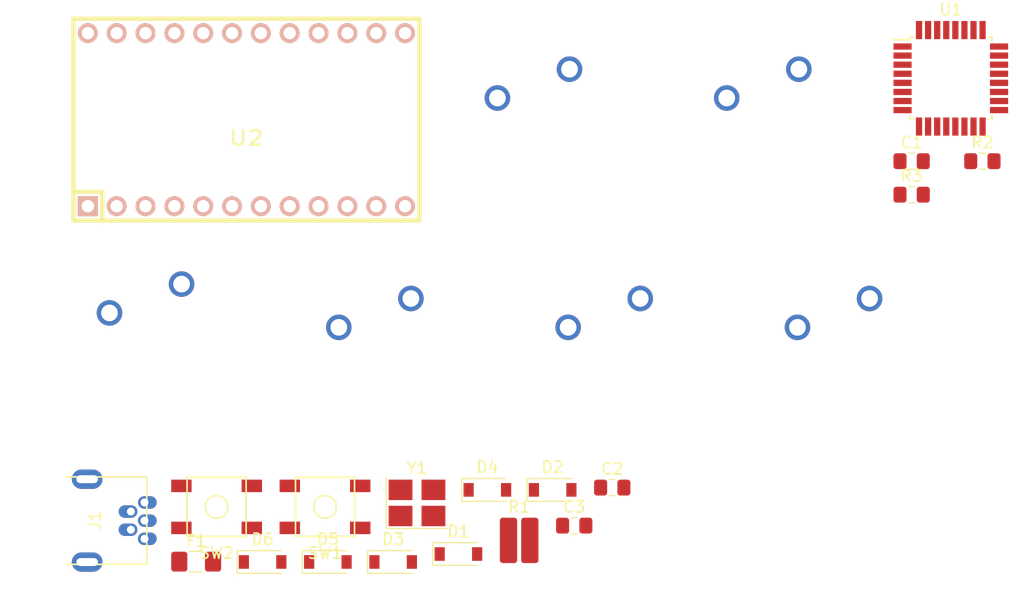
<source format=kicad_pcb>
(kicad_pcb (version 20171130) (host pcbnew "(5.1.2)-2")

  (general
    (thickness 1.6)
    (drawings 0)
    (tracks 0)
    (zones 0)
    (modules 25)
    (nets 61)
  )

  (page A4)
  (layers
    (0 F.Cu signal)
    (31 B.Cu signal)
    (32 B.Adhes user)
    (33 F.Adhes user)
    (34 B.Paste user)
    (35 F.Paste user)
    (36 B.SilkS user)
    (37 F.SilkS user)
    (38 B.Mask user)
    (39 F.Mask user)
    (40 Dwgs.User user)
    (41 Cmts.User user)
    (42 Eco1.User user)
    (43 Eco2.User user)
    (44 Edge.Cuts user)
    (45 Margin user)
    (46 B.CrtYd user)
    (47 F.CrtYd user)
    (48 B.Fab user)
    (49 F.Fab user)
  )

  (setup
    (last_trace_width 0.25)
    (trace_clearance 0.2)
    (zone_clearance 0.508)
    (zone_45_only no)
    (trace_min 0.2)
    (via_size 0.8)
    (via_drill 0.4)
    (via_min_size 0.4)
    (via_min_drill 0.3)
    (uvia_size 0.3)
    (uvia_drill 0.1)
    (uvias_allowed no)
    (uvia_min_size 0.2)
    (uvia_min_drill 0.1)
    (edge_width 0.05)
    (segment_width 0.2)
    (pcb_text_width 0.3)
    (pcb_text_size 1.5 1.5)
    (mod_edge_width 0.12)
    (mod_text_size 1 1)
    (mod_text_width 0.15)
    (pad_size 1.524 1.524)
    (pad_drill 0.762)
    (pad_to_mask_clearance 0.051)
    (solder_mask_min_width 0.25)
    (aux_axis_origin 0 0)
    (visible_elements FFFFFF7F)
    (pcbplotparams
      (layerselection 0x010fc_ffffffff)
      (usegerberextensions false)
      (usegerberattributes false)
      (usegerberadvancedattributes false)
      (creategerberjobfile false)
      (excludeedgelayer true)
      (linewidth 0.100000)
      (plotframeref false)
      (viasonmask false)
      (mode 1)
      (useauxorigin false)
      (hpglpennumber 1)
      (hpglpenspeed 20)
      (hpglpendiameter 15.000000)
      (psnegative false)
      (psa4output false)
      (plotreference true)
      (plotvalue true)
      (plotinvisibletext false)
      (padsonsilk false)
      (subtractmaskfromsilk false)
      (outputformat 1)
      (mirror false)
      (drillshape 1)
      (scaleselection 1)
      (outputdirectory ""))
  )

  (net 0 "")
  (net 1 "Net-(C1-Pad2)")
  (net 2 GND)
  (net 3 "Net-(C2-Pad2)")
  (net 4 "Net-(C3-Pad1)")
  (net 5 "Net-(D1-Pad2)")
  (net 6 ROW0)
  (net 7 "Net-(D2-Pad2)")
  (net 8 ROW1)
  (net 9 "Net-(D3-Pad2)")
  (net 10 "Net-(D4-Pad2)")
  (net 11 "Net-(D5-Pad2)")
  (net 12 "Net-(D6-Pad2)")
  (net 13 VCC)
  (net 14 +5V)
  (net 15 "Net-(J1-Pad4)")
  (net 16 D+)
  (net 17 D-)
  (net 18 "Net-(J1-Pad6)")
  (net 19 COL0)
  (net 20 COL1)
  (net 21 COL2)
  (net 22 "Net-(R1-Pad1)")
  (net 23 "Net-(R2-Pad2)")
  (net 24 "Net-(R3-Pad1)")
  (net 25 "Net-(SW2-Pad1)")
  (net 26 "Net-(U1-Pad26)")
  (net 27 "Net-(U1-Pad25)")
  (net 28 "Net-(U1-Pad23)")
  (net 29 "Net-(U1-Pad22)")
  (net 30 "Net-(U1-Pad21)")
  (net 31 "Net-(U1-Pad20)")
  (net 32 "Net-(U1-Pad19)")
  (net 33 "Net-(U1-Pad18)")
  (net 34 "Net-(U1-Pad17)")
  (net 35 "Net-(U1-Pad16)")
  (net 36 "Net-(U1-Pad15)")
  (net 37 "Net-(U1-Pad14)")
  (net 38 "Net-(U1-Pad13)")
  (net 39 "Net-(U1-Pad12)")
  (net 40 "Net-(U1-Pad11)")
  (net 41 "Net-(U1-Pad10)")
  (net 42 "Net-(U1-Pad9)")
  (net 43 "Net-(U1-Pad8)")
  (net 44 "Net-(U1-Pad7)")
  (net 45 "Net-(U1-Pad6)")
  (net 46 "Net-(U1-Pad5)")
  (net 47 "Net-(U2-Pad24)")
  (net 48 "Net-(U2-Pad20)")
  (net 49 "Net-(U2-Pad19)")
  (net 50 "Net-(U2-Pad18)")
  (net 51 "Net-(U2-Pad17)")
  (net 52 "Net-(U2-Pad16)")
  (net 53 "Net-(U2-Pad15)")
  (net 54 "Net-(U2-Pad14)")
  (net 55 "Net-(U2-Pad13)")
  (net 56 "Net-(U2-Pad7)")
  (net 57 "Net-(U2-Pad6)")
  (net 58 "Net-(U2-Pad5)")
  (net 59 "Net-(U2-Pad2)")
  (net 60 "Net-(U2-Pad1)")

  (net_class Default "This is the default net class."
    (clearance 0.2)
    (trace_width 0.25)
    (via_dia 0.8)
    (via_drill 0.4)
    (uvia_dia 0.3)
    (uvia_drill 0.1)
    (add_net +5V)
    (add_net COL0)
    (add_net COL1)
    (add_net COL2)
    (add_net D+)
    (add_net D-)
    (add_net GND)
    (add_net "Net-(C1-Pad2)")
    (add_net "Net-(C2-Pad2)")
    (add_net "Net-(C3-Pad1)")
    (add_net "Net-(D1-Pad2)")
    (add_net "Net-(D2-Pad2)")
    (add_net "Net-(D3-Pad2)")
    (add_net "Net-(D4-Pad2)")
    (add_net "Net-(D5-Pad2)")
    (add_net "Net-(D6-Pad2)")
    (add_net "Net-(J1-Pad4)")
    (add_net "Net-(J1-Pad6)")
    (add_net "Net-(R1-Pad1)")
    (add_net "Net-(R2-Pad2)")
    (add_net "Net-(R3-Pad1)")
    (add_net "Net-(SW2-Pad1)")
    (add_net "Net-(U1-Pad10)")
    (add_net "Net-(U1-Pad11)")
    (add_net "Net-(U1-Pad12)")
    (add_net "Net-(U1-Pad13)")
    (add_net "Net-(U1-Pad14)")
    (add_net "Net-(U1-Pad15)")
    (add_net "Net-(U1-Pad16)")
    (add_net "Net-(U1-Pad17)")
    (add_net "Net-(U1-Pad18)")
    (add_net "Net-(U1-Pad19)")
    (add_net "Net-(U1-Pad20)")
    (add_net "Net-(U1-Pad21)")
    (add_net "Net-(U1-Pad22)")
    (add_net "Net-(U1-Pad23)")
    (add_net "Net-(U1-Pad25)")
    (add_net "Net-(U1-Pad26)")
    (add_net "Net-(U1-Pad5)")
    (add_net "Net-(U1-Pad6)")
    (add_net "Net-(U1-Pad7)")
    (add_net "Net-(U1-Pad8)")
    (add_net "Net-(U1-Pad9)")
    (add_net "Net-(U2-Pad1)")
    (add_net "Net-(U2-Pad13)")
    (add_net "Net-(U2-Pad14)")
    (add_net "Net-(U2-Pad15)")
    (add_net "Net-(U2-Pad16)")
    (add_net "Net-(U2-Pad17)")
    (add_net "Net-(U2-Pad18)")
    (add_net "Net-(U2-Pad19)")
    (add_net "Net-(U2-Pad2)")
    (add_net "Net-(U2-Pad20)")
    (add_net "Net-(U2-Pad24)")
    (add_net "Net-(U2-Pad5)")
    (add_net "Net-(U2-Pad6)")
    (add_net "Net-(U2-Pad7)")
    (add_net ROW0)
    (add_net ROW1)
    (add_net VCC)
  )

  (module footprint:ARDUINO_PRO_MICRO (layer F.Cu) (tedit 561304BE) (tstamp 5D59324F)
    (at 41.359 28.344)
    (path /5D5B19B3)
    (fp_text reference U2 (at 0 1.625) (layer F.SilkS)
      (effects (font (size 1.27 1.524) (thickness 0.2032)))
    )
    (fp_text value ProMicro (at 0 0) (layer F.SilkS) hide
      (effects (font (size 1.27 1.524) (thickness 0.2032)))
    )
    (fp_line (start -12.7 6.35) (end -12.7 8.89) (layer F.SilkS) (width 0.381))
    (fp_line (start -15.24 6.35) (end -12.7 6.35) (layer F.SilkS) (width 0.381))
    (fp_line (start 15.24 -8.89) (end -15.24 -8.89) (layer F.SilkS) (width 0.381))
    (fp_line (start 15.24 8.89) (end 15.24 -8.89) (layer F.SilkS) (width 0.381))
    (fp_line (start -15.24 8.89) (end 15.24 8.89) (layer F.SilkS) (width 0.381))
    (fp_line (start -15.24 -8.89) (end -15.24 8.89) (layer F.SilkS) (width 0.381))
    (pad 24 thru_hole circle (at -13.97 -7.62) (size 1.7526 1.7526) (drill 1.0922) (layers *.Cu *.SilkS *.Mask)
      (net 47 "Net-(U2-Pad24)"))
    (pad 12 thru_hole circle (at 13.97 7.62) (size 1.7526 1.7526) (drill 1.0922) (layers *.Cu *.SilkS *.Mask)
      (net 8 ROW1))
    (pad 23 thru_hole circle (at -11.43 -7.62) (size 1.7526 1.7526) (drill 1.0922) (layers *.Cu *.SilkS *.Mask)
      (net 2 GND))
    (pad 22 thru_hole circle (at -8.89 -7.62) (size 1.7526 1.7526) (drill 1.0922) (layers *.Cu *.SilkS *.Mask)
      (net 25 "Net-(SW2-Pad1)"))
    (pad 21 thru_hole circle (at -6.35 -7.62) (size 1.7526 1.7526) (drill 1.0922) (layers *.Cu *.SilkS *.Mask)
      (net 13 VCC))
    (pad 20 thru_hole circle (at -3.81 -7.62) (size 1.7526 1.7526) (drill 1.0922) (layers *.Cu *.SilkS *.Mask)
      (net 48 "Net-(U2-Pad20)"))
    (pad 19 thru_hole circle (at -1.27 -7.62) (size 1.7526 1.7526) (drill 1.0922) (layers *.Cu *.SilkS *.Mask)
      (net 49 "Net-(U2-Pad19)"))
    (pad 18 thru_hole circle (at 1.27 -7.62) (size 1.7526 1.7526) (drill 1.0922) (layers *.Cu *.SilkS *.Mask)
      (net 50 "Net-(U2-Pad18)"))
    (pad 17 thru_hole circle (at 3.81 -7.62) (size 1.7526 1.7526) (drill 1.0922) (layers *.Cu *.SilkS *.Mask)
      (net 51 "Net-(U2-Pad17)"))
    (pad 16 thru_hole circle (at 6.35 -7.62) (size 1.7526 1.7526) (drill 1.0922) (layers *.Cu *.SilkS *.Mask)
      (net 52 "Net-(U2-Pad16)"))
    (pad 15 thru_hole circle (at 8.89 -7.62) (size 1.7526 1.7526) (drill 1.0922) (layers *.Cu *.SilkS *.Mask)
      (net 53 "Net-(U2-Pad15)"))
    (pad 14 thru_hole circle (at 11.43 -7.62) (size 1.7526 1.7526) (drill 1.0922) (layers *.Cu *.SilkS *.Mask)
      (net 54 "Net-(U2-Pad14)"))
    (pad 13 thru_hole circle (at 13.97 -7.62) (size 1.7526 1.7526) (drill 1.0922) (layers *.Cu *.SilkS *.Mask)
      (net 55 "Net-(U2-Pad13)"))
    (pad 11 thru_hole circle (at 11.43 7.62) (size 1.7526 1.7526) (drill 1.0922) (layers *.Cu *.SilkS *.Mask)
      (net 6 ROW0))
    (pad 10 thru_hole circle (at 8.89 7.62) (size 1.7526 1.7526) (drill 1.0922) (layers *.Cu *.SilkS *.Mask)
      (net 21 COL2))
    (pad 9 thru_hole circle (at 6.35 7.62) (size 1.7526 1.7526) (drill 1.0922) (layers *.Cu *.SilkS *.Mask)
      (net 20 COL1))
    (pad 8 thru_hole circle (at 3.81 7.62) (size 1.7526 1.7526) (drill 1.0922) (layers *.Cu *.SilkS *.Mask)
      (net 19 COL0))
    (pad 7 thru_hole circle (at 1.27 7.62) (size 1.7526 1.7526) (drill 1.0922) (layers *.Cu *.SilkS *.Mask)
      (net 56 "Net-(U2-Pad7)"))
    (pad 6 thru_hole circle (at -1.27 7.62) (size 1.7526 1.7526) (drill 1.0922) (layers *.Cu *.SilkS *.Mask)
      (net 57 "Net-(U2-Pad6)"))
    (pad 5 thru_hole circle (at -3.81 7.62) (size 1.7526 1.7526) (drill 1.0922) (layers *.Cu *.SilkS *.Mask)
      (net 58 "Net-(U2-Pad5)"))
    (pad 4 thru_hole circle (at -6.35 7.62) (size 1.7526 1.7526) (drill 1.0922) (layers *.Cu *.SilkS *.Mask)
      (net 2 GND))
    (pad 3 thru_hole circle (at -8.89 7.62) (size 1.7526 1.7526) (drill 1.0922) (layers *.Cu *.SilkS *.Mask)
      (net 2 GND))
    (pad 2 thru_hole circle (at -11.43 7.62) (size 1.7526 1.7526) (drill 1.0922) (layers *.Cu *.SilkS *.Mask)
      (net 59 "Net-(U2-Pad2)"))
    (pad 1 thru_hole rect (at -13.97 7.62) (size 1.7526 1.7526) (drill 1.0922) (layers *.Cu *.SilkS *.Mask)
      (net 60 "Net-(U2-Pad1)"))
  )

  (module Crystal:Crystal_SMD_3225-4Pin_3.2x2.5mm_HandSoldering (layer F.Cu) (tedit 5A0FD1B2) (tstamp 5D593263)
    (at 56.379 62.104)
    (descr "SMD Crystal SERIES SMD3225/4 http://www.txccrystal.com/images/pdf/7m-accuracy.pdf, hand-soldering, 3.2x2.5mm^2 package")
    (tags "SMD SMT crystal hand-soldering")
    (path /5D584C69)
    (attr smd)
    (fp_text reference Y1 (at 0 -3.05) (layer F.SilkS)
      (effects (font (size 1 1) (thickness 0.15)))
    )
    (fp_text value 16MHz (at 0 3.05) (layer F.Fab)
      (effects (font (size 1 1) (thickness 0.15)))
    )
    (fp_line (start 2.8 -2.3) (end -2.8 -2.3) (layer F.CrtYd) (width 0.05))
    (fp_line (start 2.8 2.3) (end 2.8 -2.3) (layer F.CrtYd) (width 0.05))
    (fp_line (start -2.8 2.3) (end 2.8 2.3) (layer F.CrtYd) (width 0.05))
    (fp_line (start -2.8 -2.3) (end -2.8 2.3) (layer F.CrtYd) (width 0.05))
    (fp_line (start -2.7 2.25) (end 2.7 2.25) (layer F.SilkS) (width 0.12))
    (fp_line (start -2.7 -2.25) (end -2.7 2.25) (layer F.SilkS) (width 0.12))
    (fp_line (start -1.6 0.25) (end -0.6 1.25) (layer F.Fab) (width 0.1))
    (fp_line (start 1.6 -1.25) (end -1.6 -1.25) (layer F.Fab) (width 0.1))
    (fp_line (start 1.6 1.25) (end 1.6 -1.25) (layer F.Fab) (width 0.1))
    (fp_line (start -1.6 1.25) (end 1.6 1.25) (layer F.Fab) (width 0.1))
    (fp_line (start -1.6 -1.25) (end -1.6 1.25) (layer F.Fab) (width 0.1))
    (fp_text user %R (at 0 0) (layer F.Fab)
      (effects (font (size 0.7 0.7) (thickness 0.105)))
    )
    (pad 4 smd rect (at -1.45 -1.15) (size 2.1 1.8) (layers F.Cu F.Paste F.Mask)
      (net 2 GND))
    (pad 3 smd rect (at 1.45 -1.15) (size 2.1 1.8) (layers F.Cu F.Paste F.Mask)
      (net 3 "Net-(C2-Pad2)"))
    (pad 2 smd rect (at 1.45 1.15) (size 2.1 1.8) (layers F.Cu F.Paste F.Mask)
      (net 2 GND))
    (pad 1 smd rect (at -1.45 1.15) (size 2.1 1.8) (layers F.Cu F.Paste F.Mask)
      (net 1 "Net-(C1-Pad2)"))
    (model ${KISYS3DMOD}/Crystal.3dshapes/Crystal_SMD_3225-4Pin_3.2x2.5mm_HandSoldering.wrl
      (at (xyz 0 0 0))
      (scale (xyz 1 1 1))
      (rotate (xyz 0 0 0))
    )
  )

  (module Package_QFP:TQFP-32_7x7mm_P0.8mm (layer F.Cu) (tedit 5A02F146) (tstamp 5D593223)
    (at 103.399 24.704)
    (descr "32-Lead Plastic Thin Quad Flatpack (PT) - 7x7x1.0 mm Body, 2.00 mm [TQFP] (see Microchip Packaging Specification 00000049BS.pdf)")
    (tags "QFP 0.8")
    (path /5D578EEB)
    (attr smd)
    (fp_text reference U1 (at 0 -6.05) (layer F.SilkS)
      (effects (font (size 1 1) (thickness 0.15)))
    )
    (fp_text value ATmega32U2-AU (at 0 6.05) (layer F.Fab)
      (effects (font (size 1 1) (thickness 0.15)))
    )
    (fp_line (start -3.625 -3.4) (end -5.05 -3.4) (layer F.SilkS) (width 0.15))
    (fp_line (start 3.625 -3.625) (end 3.3 -3.625) (layer F.SilkS) (width 0.15))
    (fp_line (start 3.625 3.625) (end 3.3 3.625) (layer F.SilkS) (width 0.15))
    (fp_line (start -3.625 3.625) (end -3.3 3.625) (layer F.SilkS) (width 0.15))
    (fp_line (start -3.625 -3.625) (end -3.3 -3.625) (layer F.SilkS) (width 0.15))
    (fp_line (start -3.625 3.625) (end -3.625 3.3) (layer F.SilkS) (width 0.15))
    (fp_line (start 3.625 3.625) (end 3.625 3.3) (layer F.SilkS) (width 0.15))
    (fp_line (start 3.625 -3.625) (end 3.625 -3.3) (layer F.SilkS) (width 0.15))
    (fp_line (start -3.625 -3.625) (end -3.625 -3.4) (layer F.SilkS) (width 0.15))
    (fp_line (start -5.3 5.3) (end 5.3 5.3) (layer F.CrtYd) (width 0.05))
    (fp_line (start -5.3 -5.3) (end 5.3 -5.3) (layer F.CrtYd) (width 0.05))
    (fp_line (start 5.3 -5.3) (end 5.3 5.3) (layer F.CrtYd) (width 0.05))
    (fp_line (start -5.3 -5.3) (end -5.3 5.3) (layer F.CrtYd) (width 0.05))
    (fp_line (start -3.5 -2.5) (end -2.5 -3.5) (layer F.Fab) (width 0.15))
    (fp_line (start -3.5 3.5) (end -3.5 -2.5) (layer F.Fab) (width 0.15))
    (fp_line (start 3.5 3.5) (end -3.5 3.5) (layer F.Fab) (width 0.15))
    (fp_line (start 3.5 -3.5) (end 3.5 3.5) (layer F.Fab) (width 0.15))
    (fp_line (start -2.5 -3.5) (end 3.5 -3.5) (layer F.Fab) (width 0.15))
    (fp_text user %R (at 0 0) (layer F.Fab)
      (effects (font (size 1 1) (thickness 0.15)))
    )
    (pad 32 smd rect (at -2.8 -4.25 90) (size 1.6 0.55) (layers F.Cu F.Paste F.Mask)
      (net 14 +5V))
    (pad 31 smd rect (at -2 -4.25 90) (size 1.6 0.55) (layers F.Cu F.Paste F.Mask)
      (net 14 +5V))
    (pad 30 smd rect (at -1.2 -4.25 90) (size 1.6 0.55) (layers F.Cu F.Paste F.Mask)
      (net 24 "Net-(R3-Pad1)"))
    (pad 29 smd rect (at -0.4 -4.25 90) (size 1.6 0.55) (layers F.Cu F.Paste F.Mask)
      (net 22 "Net-(R1-Pad1)"))
    (pad 28 smd rect (at 0.4 -4.25 90) (size 1.6 0.55) (layers F.Cu F.Paste F.Mask)
      (net 2 GND))
    (pad 27 smd rect (at 1.2 -4.25 90) (size 1.6 0.55) (layers F.Cu F.Paste F.Mask)
      (net 4 "Net-(C3-Pad1)"))
    (pad 26 smd rect (at 2 -4.25 90) (size 1.6 0.55) (layers F.Cu F.Paste F.Mask)
      (net 26 "Net-(U1-Pad26)"))
    (pad 25 smd rect (at 2.8 -4.25 90) (size 1.6 0.55) (layers F.Cu F.Paste F.Mask)
      (net 27 "Net-(U1-Pad25)"))
    (pad 24 smd rect (at 4.25 -2.8) (size 1.6 0.55) (layers F.Cu F.Paste F.Mask)
      (net 23 "Net-(R2-Pad2)"))
    (pad 23 smd rect (at 4.25 -2) (size 1.6 0.55) (layers F.Cu F.Paste F.Mask)
      (net 28 "Net-(U1-Pad23)"))
    (pad 22 smd rect (at 4.25 -1.2) (size 1.6 0.55) (layers F.Cu F.Paste F.Mask)
      (net 29 "Net-(U1-Pad22)"))
    (pad 21 smd rect (at 4.25 -0.4) (size 1.6 0.55) (layers F.Cu F.Paste F.Mask)
      (net 30 "Net-(U1-Pad21)"))
    (pad 20 smd rect (at 4.25 0.4) (size 1.6 0.55) (layers F.Cu F.Paste F.Mask)
      (net 31 "Net-(U1-Pad20)"))
    (pad 19 smd rect (at 4.25 1.2) (size 1.6 0.55) (layers F.Cu F.Paste F.Mask)
      (net 32 "Net-(U1-Pad19)"))
    (pad 18 smd rect (at 4.25 2) (size 1.6 0.55) (layers F.Cu F.Paste F.Mask)
      (net 33 "Net-(U1-Pad18)"))
    (pad 17 smd rect (at 4.25 2.8) (size 1.6 0.55) (layers F.Cu F.Paste F.Mask)
      (net 34 "Net-(U1-Pad17)"))
    (pad 16 smd rect (at 2.8 4.25 90) (size 1.6 0.55) (layers F.Cu F.Paste F.Mask)
      (net 35 "Net-(U1-Pad16)"))
    (pad 15 smd rect (at 2 4.25 90) (size 1.6 0.55) (layers F.Cu F.Paste F.Mask)
      (net 36 "Net-(U1-Pad15)"))
    (pad 14 smd rect (at 1.2 4.25 90) (size 1.6 0.55) (layers F.Cu F.Paste F.Mask)
      (net 37 "Net-(U1-Pad14)"))
    (pad 13 smd rect (at 0.4 4.25 90) (size 1.6 0.55) (layers F.Cu F.Paste F.Mask)
      (net 38 "Net-(U1-Pad13)"))
    (pad 12 smd rect (at -0.4 4.25 90) (size 1.6 0.55) (layers F.Cu F.Paste F.Mask)
      (net 39 "Net-(U1-Pad12)"))
    (pad 11 smd rect (at -1.2 4.25 90) (size 1.6 0.55) (layers F.Cu F.Paste F.Mask)
      (net 40 "Net-(U1-Pad11)"))
    (pad 10 smd rect (at -2 4.25 90) (size 1.6 0.55) (layers F.Cu F.Paste F.Mask)
      (net 41 "Net-(U1-Pad10)"))
    (pad 9 smd rect (at -2.8 4.25 90) (size 1.6 0.55) (layers F.Cu F.Paste F.Mask)
      (net 42 "Net-(U1-Pad9)"))
    (pad 8 smd rect (at -4.25 2.8) (size 1.6 0.55) (layers F.Cu F.Paste F.Mask)
      (net 43 "Net-(U1-Pad8)"))
    (pad 7 smd rect (at -4.25 2) (size 1.6 0.55) (layers F.Cu F.Paste F.Mask)
      (net 44 "Net-(U1-Pad7)"))
    (pad 6 smd rect (at -4.25 1.2) (size 1.6 0.55) (layers F.Cu F.Paste F.Mask)
      (net 45 "Net-(U1-Pad6)"))
    (pad 5 smd rect (at -4.25 0.4) (size 1.6 0.55) (layers F.Cu F.Paste F.Mask)
      (net 46 "Net-(U1-Pad5)"))
    (pad 4 smd rect (at -4.25 -0.4) (size 1.6 0.55) (layers F.Cu F.Paste F.Mask)
      (net 14 +5V))
    (pad 3 smd rect (at -4.25 -1.2) (size 1.6 0.55) (layers F.Cu F.Paste F.Mask)
      (net 2 GND))
    (pad 2 smd rect (at -4.25 -2) (size 1.6 0.55) (layers F.Cu F.Paste F.Mask)
      (net 3 "Net-(C2-Pad2)"))
    (pad 1 smd rect (at -4.25 -2.8) (size 1.6 0.55) (layers F.Cu F.Paste F.Mask)
      (net 1 "Net-(C1-Pad2)"))
    (model ${KISYS3DMOD}/Package_QFP.3dshapes/TQFP-32_7x7mm_P0.8mm.wrl
      (at (xyz 0 0 0))
      (scale (xyz 1 1 1))
      (rotate (xyz 0 0 0))
    )
  )

  (module random-keyboard-parts:SKQG-1155865 (layer F.Cu) (tedit 5C42C5DE) (tstamp 5D5931EC)
    (at 38.729 62.454)
    (path /5D5904C3)
    (attr smd)
    (fp_text reference SW2 (at 0 4.064) (layer F.SilkS)
      (effects (font (size 1 1) (thickness 0.15)))
    )
    (fp_text value SW_Push (at 0 -4.064) (layer F.Fab)
      (effects (font (size 1 1) (thickness 0.15)))
    )
    (fp_line (start -2.6 -2.6) (end 2.6 -2.6) (layer F.SilkS) (width 0.15))
    (fp_line (start 2.6 -2.6) (end 2.6 2.6) (layer F.SilkS) (width 0.15))
    (fp_line (start 2.6 2.6) (end -2.6 2.6) (layer F.SilkS) (width 0.15))
    (fp_line (start -2.6 2.6) (end -2.6 -2.6) (layer F.SilkS) (width 0.15))
    (fp_circle (center 0 0) (end 1 0) (layer F.SilkS) (width 0.15))
    (fp_line (start -4.2 -2.6) (end 4.2 -2.6) (layer F.Fab) (width 0.15))
    (fp_line (start 4.2 -2.6) (end 4.2 -1.2) (layer F.Fab) (width 0.15))
    (fp_line (start 4.2 -1.1) (end 2.6 -1.1) (layer F.Fab) (width 0.15))
    (fp_line (start 2.6 -1.1) (end 2.6 1.1) (layer F.Fab) (width 0.15))
    (fp_line (start 2.6 1.1) (end 4.2 1.1) (layer F.Fab) (width 0.15))
    (fp_line (start 4.2 1.1) (end 4.2 2.6) (layer F.Fab) (width 0.15))
    (fp_line (start 4.2 2.6) (end -4.2 2.6) (layer F.Fab) (width 0.15))
    (fp_line (start -4.2 2.6) (end -4.2 1.1) (layer F.Fab) (width 0.15))
    (fp_line (start -4.2 1.1) (end -2.6 1.1) (layer F.Fab) (width 0.15))
    (fp_line (start -2.6 1.1) (end -2.6 -1.1) (layer F.Fab) (width 0.15))
    (fp_line (start -2.6 -1.1) (end -4.2 -1.1) (layer F.Fab) (width 0.15))
    (fp_line (start -4.2 -1.1) (end -4.2 -2.6) (layer F.Fab) (width 0.15))
    (fp_circle (center 0 0) (end 1 0) (layer F.Fab) (width 0.15))
    (fp_line (start -2.6 -1.1) (end -1.1 -2.6) (layer F.Fab) (width 0.15))
    (fp_line (start 2.6 -1.1) (end 1.1 -2.6) (layer F.Fab) (width 0.15))
    (fp_line (start 2.6 1.1) (end 1.1 2.6) (layer F.Fab) (width 0.15))
    (fp_line (start -2.6 1.1) (end -1.1 2.6) (layer F.Fab) (width 0.15))
    (pad 4 smd rect (at -3.1 1.85) (size 1.8 1.1) (layers F.Cu F.Paste F.Mask))
    (pad 3 smd rect (at 3.1 -1.85) (size 1.8 1.1) (layers F.Cu F.Paste F.Mask))
    (pad 2 smd rect (at -3.1 -1.85) (size 1.8 1.1) (layers F.Cu F.Paste F.Mask)
      (net 2 GND))
    (pad 1 smd rect (at 3.1 1.85) (size 1.8 1.1) (layers F.Cu F.Paste F.Mask)
      (net 25 "Net-(SW2-Pad1)"))
  )

  (module random-keyboard-parts:SKQG-1155865 (layer F.Cu) (tedit 5C42C5DE) (tstamp 5D5931CE)
    (at 48.279 62.454)
    (path /5D57DEF1)
    (attr smd)
    (fp_text reference SW1 (at 0 4.064) (layer F.SilkS)
      (effects (font (size 1 1) (thickness 0.15)))
    )
    (fp_text value SW_Push (at 0 -4.064) (layer F.Fab)
      (effects (font (size 1 1) (thickness 0.15)))
    )
    (fp_line (start -2.6 -2.6) (end 2.6 -2.6) (layer F.SilkS) (width 0.15))
    (fp_line (start 2.6 -2.6) (end 2.6 2.6) (layer F.SilkS) (width 0.15))
    (fp_line (start 2.6 2.6) (end -2.6 2.6) (layer F.SilkS) (width 0.15))
    (fp_line (start -2.6 2.6) (end -2.6 -2.6) (layer F.SilkS) (width 0.15))
    (fp_circle (center 0 0) (end 1 0) (layer F.SilkS) (width 0.15))
    (fp_line (start -4.2 -2.6) (end 4.2 -2.6) (layer F.Fab) (width 0.15))
    (fp_line (start 4.2 -2.6) (end 4.2 -1.2) (layer F.Fab) (width 0.15))
    (fp_line (start 4.2 -1.1) (end 2.6 -1.1) (layer F.Fab) (width 0.15))
    (fp_line (start 2.6 -1.1) (end 2.6 1.1) (layer F.Fab) (width 0.15))
    (fp_line (start 2.6 1.1) (end 4.2 1.1) (layer F.Fab) (width 0.15))
    (fp_line (start 4.2 1.1) (end 4.2 2.6) (layer F.Fab) (width 0.15))
    (fp_line (start 4.2 2.6) (end -4.2 2.6) (layer F.Fab) (width 0.15))
    (fp_line (start -4.2 2.6) (end -4.2 1.1) (layer F.Fab) (width 0.15))
    (fp_line (start -4.2 1.1) (end -2.6 1.1) (layer F.Fab) (width 0.15))
    (fp_line (start -2.6 1.1) (end -2.6 -1.1) (layer F.Fab) (width 0.15))
    (fp_line (start -2.6 -1.1) (end -4.2 -1.1) (layer F.Fab) (width 0.15))
    (fp_line (start -4.2 -1.1) (end -4.2 -2.6) (layer F.Fab) (width 0.15))
    (fp_circle (center 0 0) (end 1 0) (layer F.Fab) (width 0.15))
    (fp_line (start -2.6 -1.1) (end -1.1 -2.6) (layer F.Fab) (width 0.15))
    (fp_line (start 2.6 -1.1) (end 1.1 -2.6) (layer F.Fab) (width 0.15))
    (fp_line (start 2.6 1.1) (end 1.1 2.6) (layer F.Fab) (width 0.15))
    (fp_line (start -2.6 1.1) (end -1.1 2.6) (layer F.Fab) (width 0.15))
    (pad 4 smd rect (at -3.1 1.85) (size 1.8 1.1) (layers F.Cu F.Paste F.Mask))
    (pad 3 smd rect (at 3.1 -1.85) (size 1.8 1.1) (layers F.Cu F.Paste F.Mask))
    (pad 2 smd rect (at -3.1 -1.85) (size 1.8 1.1) (layers F.Cu F.Paste F.Mask)
      (net 23 "Net-(R2-Pad2)"))
    (pad 1 smd rect (at 3.1 1.85) (size 1.8 1.1) (layers F.Cu F.Paste F.Mask)
      (net 2 GND))
  )

  (module Resistor_SMD:R_0805_2012Metric_Pad1.15x1.40mm_HandSolder (layer F.Cu) (tedit 5B36C52B) (tstamp 5D5931B0)
    (at 99.949 34.954)
    (descr "Resistor SMD 0805 (2012 Metric), square (rectangular) end terminal, IPC_7351 nominal with elongated pad for handsoldering. (Body size source: https://docs.google.com/spreadsheets/d/1BsfQQcO9C6DZCsRaXUlFlo91Tg2WpOkGARC1WS5S8t0/edit?usp=sharing), generated with kicad-footprint-generator")
    (tags "resistor handsolder")
    (path /5D5893D7)
    (attr smd)
    (fp_text reference R3 (at 0 -1.65) (layer F.SilkS)
      (effects (font (size 1 1) (thickness 0.15)))
    )
    (fp_text value R_Small (at 0 1.65) (layer F.Fab)
      (effects (font (size 1 1) (thickness 0.15)))
    )
    (fp_text user %R (at 0 0) (layer F.Fab)
      (effects (font (size 0.5 0.5) (thickness 0.08)))
    )
    (fp_line (start 1.85 0.95) (end -1.85 0.95) (layer F.CrtYd) (width 0.05))
    (fp_line (start 1.85 -0.95) (end 1.85 0.95) (layer F.CrtYd) (width 0.05))
    (fp_line (start -1.85 -0.95) (end 1.85 -0.95) (layer F.CrtYd) (width 0.05))
    (fp_line (start -1.85 0.95) (end -1.85 -0.95) (layer F.CrtYd) (width 0.05))
    (fp_line (start -0.261252 0.71) (end 0.261252 0.71) (layer F.SilkS) (width 0.12))
    (fp_line (start -0.261252 -0.71) (end 0.261252 -0.71) (layer F.SilkS) (width 0.12))
    (fp_line (start 1 0.6) (end -1 0.6) (layer F.Fab) (width 0.1))
    (fp_line (start 1 -0.6) (end 1 0.6) (layer F.Fab) (width 0.1))
    (fp_line (start -1 -0.6) (end 1 -0.6) (layer F.Fab) (width 0.1))
    (fp_line (start -1 0.6) (end -1 -0.6) (layer F.Fab) (width 0.1))
    (pad 2 smd roundrect (at 1.025 0) (size 1.15 1.4) (layers F.Cu F.Paste F.Mask) (roundrect_rratio 0.217391)
      (net 17 D-))
    (pad 1 smd roundrect (at -1.025 0) (size 1.15 1.4) (layers F.Cu F.Paste F.Mask) (roundrect_rratio 0.217391)
      (net 24 "Net-(R3-Pad1)"))
    (model ${KISYS3DMOD}/Resistor_SMD.3dshapes/R_0805_2012Metric.wrl
      (at (xyz 0 0 0))
      (scale (xyz 1 1 1))
      (rotate (xyz 0 0 0))
    )
  )

  (module Resistor_SMD:R_0805_2012Metric_Pad1.15x1.40mm_HandSolder (layer F.Cu) (tedit 5B36C52B) (tstamp 5D59319F)
    (at 106.179 32.004)
    (descr "Resistor SMD 0805 (2012 Metric), square (rectangular) end terminal, IPC_7351 nominal with elongated pad for handsoldering. (Body size source: https://docs.google.com/spreadsheets/d/1BsfQQcO9C6DZCsRaXUlFlo91Tg2WpOkGARC1WS5S8t0/edit?usp=sharing), generated with kicad-footprint-generator")
    (tags "resistor handsolder")
    (path /5D57C222)
    (attr smd)
    (fp_text reference R2 (at 0 -1.65) (layer F.SilkS)
      (effects (font (size 1 1) (thickness 0.15)))
    )
    (fp_text value 10k (at 0 1.65) (layer F.Fab)
      (effects (font (size 1 1) (thickness 0.15)))
    )
    (fp_text user %R (at 0 0) (layer F.Fab)
      (effects (font (size 0.5 0.5) (thickness 0.08)))
    )
    (fp_line (start 1.85 0.95) (end -1.85 0.95) (layer F.CrtYd) (width 0.05))
    (fp_line (start 1.85 -0.95) (end 1.85 0.95) (layer F.CrtYd) (width 0.05))
    (fp_line (start -1.85 -0.95) (end 1.85 -0.95) (layer F.CrtYd) (width 0.05))
    (fp_line (start -1.85 0.95) (end -1.85 -0.95) (layer F.CrtYd) (width 0.05))
    (fp_line (start -0.261252 0.71) (end 0.261252 0.71) (layer F.SilkS) (width 0.12))
    (fp_line (start -0.261252 -0.71) (end 0.261252 -0.71) (layer F.SilkS) (width 0.12))
    (fp_line (start 1 0.6) (end -1 0.6) (layer F.Fab) (width 0.1))
    (fp_line (start 1 -0.6) (end 1 0.6) (layer F.Fab) (width 0.1))
    (fp_line (start -1 -0.6) (end 1 -0.6) (layer F.Fab) (width 0.1))
    (fp_line (start -1 0.6) (end -1 -0.6) (layer F.Fab) (width 0.1))
    (pad 2 smd roundrect (at 1.025 0) (size 1.15 1.4) (layers F.Cu F.Paste F.Mask) (roundrect_rratio 0.217391)
      (net 23 "Net-(R2-Pad2)"))
    (pad 1 smd roundrect (at -1.025 0) (size 1.15 1.4) (layers F.Cu F.Paste F.Mask) (roundrect_rratio 0.217391)
      (net 14 +5V))
    (model ${KISYS3DMOD}/Resistor_SMD.3dshapes/R_0805_2012Metric.wrl
      (at (xyz 0 0 0))
      (scale (xyz 1 1 1))
      (rotate (xyz 0 0 0))
    )
  )

  (module Resistor_SMD:R_0815_2038Metric_Pad1.53x4.00mm_HandSolder (layer F.Cu) (tedit 5B301BBD) (tstamp 5D59318E)
    (at 65.379 65.404)
    (descr "Resistor SMD 0815 (2038 Metric), square (rectangular) end terminal, IPC_7351 nominal with elongated pad for handsoldering. (Body size source: http://www.yageo.com/documents/recent/PYu-PRPFPH_521_RoHS_L_0.pdf), generated with kicad-footprint-generator")
    (tags "resistor handsolder")
    (path /5D58A2CE)
    (attr smd)
    (fp_text reference R1 (at 0 -2.95) (layer F.SilkS)
      (effects (font (size 1 1) (thickness 0.15)))
    )
    (fp_text value R_Small (at 0 2.95) (layer F.Fab)
      (effects (font (size 1 1) (thickness 0.15)))
    )
    (fp_text user %R (at 0 0) (layer F.Fab)
      (effects (font (size 0.54 0.54) (thickness 0.08)))
    )
    (fp_line (start 1.95 2.25) (end -1.95 2.25) (layer F.CrtYd) (width 0.05))
    (fp_line (start 1.95 -2.25) (end 1.95 2.25) (layer F.CrtYd) (width 0.05))
    (fp_line (start -1.95 -2.25) (end 1.95 -2.25) (layer F.CrtYd) (width 0.05))
    (fp_line (start -1.95 2.25) (end -1.95 -2.25) (layer F.CrtYd) (width 0.05))
    (fp_line (start 1.075 1.875) (end -1.075 1.875) (layer F.Fab) (width 0.1))
    (fp_line (start 1.075 -1.875) (end 1.075 1.875) (layer F.Fab) (width 0.1))
    (fp_line (start -1.075 -1.875) (end 1.075 -1.875) (layer F.Fab) (width 0.1))
    (fp_line (start -1.075 1.875) (end -1.075 -1.875) (layer F.Fab) (width 0.1))
    (pad 2 smd roundrect (at 0.9375 0) (size 1.525 4) (layers F.Cu F.Paste F.Mask) (roundrect_rratio 0.163934)
      (net 16 D+))
    (pad 1 smd roundrect (at -0.9375 0) (size 1.525 4) (layers F.Cu F.Paste F.Mask) (roundrect_rratio 0.163934)
      (net 22 "Net-(R1-Pad1)"))
    (model ${KISYS3DMOD}/Resistor_SMD.3dshapes/R_0815_2038Metric.wrl
      (at (xyz 0 0 0))
      (scale (xyz 1 1 1))
      (rotate (xyz 0 0 0))
    )
  )

  (module MX_Only:MXOnly-1U-NoLED (layer F.Cu) (tedit 5BD3C6C7) (tstamp 5D59317F)
    (at 87.474 28.979)
    (path /5D5945DE)
    (fp_text reference MX6 (at 0 3.175) (layer Dwgs.User)
      (effects (font (size 1 1) (thickness 0.15)))
    )
    (fp_text value MX-NoLED (at 0 -7.9375) (layer Dwgs.User)
      (effects (font (size 1 1) (thickness 0.15)))
    )
    (fp_line (start 5 -7) (end 7 -7) (layer Dwgs.User) (width 0.15))
    (fp_line (start 7 -7) (end 7 -5) (layer Dwgs.User) (width 0.15))
    (fp_line (start 5 7) (end 7 7) (layer Dwgs.User) (width 0.15))
    (fp_line (start 7 7) (end 7 5) (layer Dwgs.User) (width 0.15))
    (fp_line (start -7 5) (end -7 7) (layer Dwgs.User) (width 0.15))
    (fp_line (start -7 7) (end -5 7) (layer Dwgs.User) (width 0.15))
    (fp_line (start -5 -7) (end -7 -7) (layer Dwgs.User) (width 0.15))
    (fp_line (start -7 -7) (end -7 -5) (layer Dwgs.User) (width 0.15))
    (fp_line (start -9.525 -9.525) (end 9.525 -9.525) (layer Dwgs.User) (width 0.15))
    (fp_line (start 9.525 -9.525) (end 9.525 9.525) (layer Dwgs.User) (width 0.15))
    (fp_line (start 9.525 9.525) (end -9.525 9.525) (layer Dwgs.User) (width 0.15))
    (fp_line (start -9.525 9.525) (end -9.525 -9.525) (layer Dwgs.User) (width 0.15))
    (pad 2 thru_hole circle (at 2.54 -5.08) (size 2.25 2.25) (drill 1.47) (layers *.Cu B.Mask)
      (net 12 "Net-(D6-Pad2)"))
    (pad "" np_thru_hole circle (at 0 0) (size 3.9878 3.9878) (drill 3.9878) (layers *.Cu *.Mask))
    (pad 1 thru_hole circle (at -3.81 -2.54) (size 2.25 2.25) (drill 1.47) (layers *.Cu B.Mask)
      (net 21 COL2))
    (pad "" np_thru_hole circle (at -5.08 0 48.0996) (size 1.75 1.75) (drill 1.75) (layers *.Cu *.Mask))
    (pad "" np_thru_hole circle (at 5.08 0 48.0996) (size 1.75 1.75) (drill 1.75) (layers *.Cu *.Mask))
  )

  (module MX_Only:MXOnly-1U-NoLED (layer F.Cu) (tedit 5BD3C6C7) (tstamp 5D59316A)
    (at 73.504 49.179)
    (path /5D591381)
    (fp_text reference MX5 (at 0 3.175) (layer Dwgs.User)
      (effects (font (size 1 1) (thickness 0.15)))
    )
    (fp_text value MX-NoLED (at 0 -7.9375) (layer Dwgs.User)
      (effects (font (size 1 1) (thickness 0.15)))
    )
    (fp_line (start 5 -7) (end 7 -7) (layer Dwgs.User) (width 0.15))
    (fp_line (start 7 -7) (end 7 -5) (layer Dwgs.User) (width 0.15))
    (fp_line (start 5 7) (end 7 7) (layer Dwgs.User) (width 0.15))
    (fp_line (start 7 7) (end 7 5) (layer Dwgs.User) (width 0.15))
    (fp_line (start -7 5) (end -7 7) (layer Dwgs.User) (width 0.15))
    (fp_line (start -7 7) (end -5 7) (layer Dwgs.User) (width 0.15))
    (fp_line (start -5 -7) (end -7 -7) (layer Dwgs.User) (width 0.15))
    (fp_line (start -7 -7) (end -7 -5) (layer Dwgs.User) (width 0.15))
    (fp_line (start -9.525 -9.525) (end 9.525 -9.525) (layer Dwgs.User) (width 0.15))
    (fp_line (start 9.525 -9.525) (end 9.525 9.525) (layer Dwgs.User) (width 0.15))
    (fp_line (start 9.525 9.525) (end -9.525 9.525) (layer Dwgs.User) (width 0.15))
    (fp_line (start -9.525 9.525) (end -9.525 -9.525) (layer Dwgs.User) (width 0.15))
    (pad 2 thru_hole circle (at 2.54 -5.08) (size 2.25 2.25) (drill 1.47) (layers *.Cu B.Mask)
      (net 11 "Net-(D5-Pad2)"))
    (pad "" np_thru_hole circle (at 0 0) (size 3.9878 3.9878) (drill 3.9878) (layers *.Cu *.Mask))
    (pad 1 thru_hole circle (at -3.81 -2.54) (size 2.25 2.25) (drill 1.47) (layers *.Cu B.Mask)
      (net 21 COL2))
    (pad "" np_thru_hole circle (at -5.08 0 48.0996) (size 1.75 1.75) (drill 1.75) (layers *.Cu *.Mask))
    (pad "" np_thru_hole circle (at 5.08 0 48.0996) (size 1.75 1.75) (drill 1.75) (layers *.Cu *.Mask))
  )

  (module MX_Only:MXOnly-1U-NoLED (layer F.Cu) (tedit 5BD3C6C7) (tstamp 5D593155)
    (at 93.704 49.179)
    (path /5D593F75)
    (fp_text reference MX4 (at 0 3.175) (layer Dwgs.User)
      (effects (font (size 1 1) (thickness 0.15)))
    )
    (fp_text value MX-NoLED (at 0 -7.9375) (layer Dwgs.User)
      (effects (font (size 1 1) (thickness 0.15)))
    )
    (fp_line (start 5 -7) (end 7 -7) (layer Dwgs.User) (width 0.15))
    (fp_line (start 7 -7) (end 7 -5) (layer Dwgs.User) (width 0.15))
    (fp_line (start 5 7) (end 7 7) (layer Dwgs.User) (width 0.15))
    (fp_line (start 7 7) (end 7 5) (layer Dwgs.User) (width 0.15))
    (fp_line (start -7 5) (end -7 7) (layer Dwgs.User) (width 0.15))
    (fp_line (start -7 7) (end -5 7) (layer Dwgs.User) (width 0.15))
    (fp_line (start -5 -7) (end -7 -7) (layer Dwgs.User) (width 0.15))
    (fp_line (start -7 -7) (end -7 -5) (layer Dwgs.User) (width 0.15))
    (fp_line (start -9.525 -9.525) (end 9.525 -9.525) (layer Dwgs.User) (width 0.15))
    (fp_line (start 9.525 -9.525) (end 9.525 9.525) (layer Dwgs.User) (width 0.15))
    (fp_line (start 9.525 9.525) (end -9.525 9.525) (layer Dwgs.User) (width 0.15))
    (fp_line (start -9.525 9.525) (end -9.525 -9.525) (layer Dwgs.User) (width 0.15))
    (pad 2 thru_hole circle (at 2.54 -5.08) (size 2.25 2.25) (drill 1.47) (layers *.Cu B.Mask)
      (net 10 "Net-(D4-Pad2)"))
    (pad "" np_thru_hole circle (at 0 0) (size 3.9878 3.9878) (drill 3.9878) (layers *.Cu *.Mask))
    (pad 1 thru_hole circle (at -3.81 -2.54) (size 2.25 2.25) (drill 1.47) (layers *.Cu B.Mask)
      (net 20 COL1))
    (pad "" np_thru_hole circle (at -5.08 0 48.0996) (size 1.75 1.75) (drill 1.75) (layers *.Cu *.Mask))
    (pad "" np_thru_hole circle (at 5.08 0 48.0996) (size 1.75 1.75) (drill 1.75) (layers *.Cu *.Mask))
  )

  (module MX_Only:MXOnly-1U-NoLED (layer F.Cu) (tedit 5BD3C6C7) (tstamp 5D593140)
    (at 53.304 49.179)
    (path /5D59221B)
    (fp_text reference MX3 (at 0 3.175) (layer Dwgs.User)
      (effects (font (size 1 1) (thickness 0.15)))
    )
    (fp_text value MX-NoLED (at 0 -7.9375) (layer Dwgs.User)
      (effects (font (size 1 1) (thickness 0.15)))
    )
    (fp_line (start 5 -7) (end 7 -7) (layer Dwgs.User) (width 0.15))
    (fp_line (start 7 -7) (end 7 -5) (layer Dwgs.User) (width 0.15))
    (fp_line (start 5 7) (end 7 7) (layer Dwgs.User) (width 0.15))
    (fp_line (start 7 7) (end 7 5) (layer Dwgs.User) (width 0.15))
    (fp_line (start -7 5) (end -7 7) (layer Dwgs.User) (width 0.15))
    (fp_line (start -7 7) (end -5 7) (layer Dwgs.User) (width 0.15))
    (fp_line (start -5 -7) (end -7 -7) (layer Dwgs.User) (width 0.15))
    (fp_line (start -7 -7) (end -7 -5) (layer Dwgs.User) (width 0.15))
    (fp_line (start -9.525 -9.525) (end 9.525 -9.525) (layer Dwgs.User) (width 0.15))
    (fp_line (start 9.525 -9.525) (end 9.525 9.525) (layer Dwgs.User) (width 0.15))
    (fp_line (start 9.525 9.525) (end -9.525 9.525) (layer Dwgs.User) (width 0.15))
    (fp_line (start -9.525 9.525) (end -9.525 -9.525) (layer Dwgs.User) (width 0.15))
    (pad 2 thru_hole circle (at 2.54 -5.08) (size 2.25 2.25) (drill 1.47) (layers *.Cu B.Mask)
      (net 9 "Net-(D3-Pad2)"))
    (pad "" np_thru_hole circle (at 0 0) (size 3.9878 3.9878) (drill 3.9878) (layers *.Cu *.Mask))
    (pad 1 thru_hole circle (at -3.81 -2.54) (size 2.25 2.25) (drill 1.47) (layers *.Cu B.Mask)
      (net 20 COL1))
    (pad "" np_thru_hole circle (at -5.08 0 48.0996) (size 1.75 1.75) (drill 1.75) (layers *.Cu *.Mask))
    (pad "" np_thru_hole circle (at 5.08 0 48.0996) (size 1.75 1.75) (drill 1.75) (layers *.Cu *.Mask))
  )

  (module MX_Only:MXOnly-1U-NoLED (layer F.Cu) (tedit 5BD3C6C7) (tstamp 5D59312B)
    (at 33.104 47.909)
    (path /5D58E82A)
    (fp_text reference MX2 (at 0 3.175) (layer Dwgs.User)
      (effects (font (size 1 1) (thickness 0.15)))
    )
    (fp_text value MX-NoLED (at 0 -7.9375) (layer Dwgs.User)
      (effects (font (size 1 1) (thickness 0.15)))
    )
    (fp_line (start 5 -7) (end 7 -7) (layer Dwgs.User) (width 0.15))
    (fp_line (start 7 -7) (end 7 -5) (layer Dwgs.User) (width 0.15))
    (fp_line (start 5 7) (end 7 7) (layer Dwgs.User) (width 0.15))
    (fp_line (start 7 7) (end 7 5) (layer Dwgs.User) (width 0.15))
    (fp_line (start -7 5) (end -7 7) (layer Dwgs.User) (width 0.15))
    (fp_line (start -7 7) (end -5 7) (layer Dwgs.User) (width 0.15))
    (fp_line (start -5 -7) (end -7 -7) (layer Dwgs.User) (width 0.15))
    (fp_line (start -7 -7) (end -7 -5) (layer Dwgs.User) (width 0.15))
    (fp_line (start -9.525 -9.525) (end 9.525 -9.525) (layer Dwgs.User) (width 0.15))
    (fp_line (start 9.525 -9.525) (end 9.525 9.525) (layer Dwgs.User) (width 0.15))
    (fp_line (start 9.525 9.525) (end -9.525 9.525) (layer Dwgs.User) (width 0.15))
    (fp_line (start -9.525 9.525) (end -9.525 -9.525) (layer Dwgs.User) (width 0.15))
    (pad 2 thru_hole circle (at 2.54 -5.08) (size 2.25 2.25) (drill 1.47) (layers *.Cu B.Mask)
      (net 7 "Net-(D2-Pad2)"))
    (pad "" np_thru_hole circle (at 0 0) (size 3.9878 3.9878) (drill 3.9878) (layers *.Cu *.Mask))
    (pad 1 thru_hole circle (at -3.81 -2.54) (size 2.25 2.25) (drill 1.47) (layers *.Cu B.Mask)
      (net 19 COL0))
    (pad "" np_thru_hole circle (at -5.08 0 48.0996) (size 1.75 1.75) (drill 1.75) (layers *.Cu *.Mask))
    (pad "" np_thru_hole circle (at 5.08 0 48.0996) (size 1.75 1.75) (drill 1.75) (layers *.Cu *.Mask))
  )

  (module MX_Only:MXOnly-1U-NoLED (layer F.Cu) (tedit 5BD3C6C7) (tstamp 5D593116)
    (at 67.274 28.979)
    (path /5D591B99)
    (fp_text reference MX1 (at 0 3.175) (layer Dwgs.User)
      (effects (font (size 1 1) (thickness 0.15)))
    )
    (fp_text value MX-NoLED (at 0 -7.9375) (layer Dwgs.User)
      (effects (font (size 1 1) (thickness 0.15)))
    )
    (fp_line (start 5 -7) (end 7 -7) (layer Dwgs.User) (width 0.15))
    (fp_line (start 7 -7) (end 7 -5) (layer Dwgs.User) (width 0.15))
    (fp_line (start 5 7) (end 7 7) (layer Dwgs.User) (width 0.15))
    (fp_line (start 7 7) (end 7 5) (layer Dwgs.User) (width 0.15))
    (fp_line (start -7 5) (end -7 7) (layer Dwgs.User) (width 0.15))
    (fp_line (start -7 7) (end -5 7) (layer Dwgs.User) (width 0.15))
    (fp_line (start -5 -7) (end -7 -7) (layer Dwgs.User) (width 0.15))
    (fp_line (start -7 -7) (end -7 -5) (layer Dwgs.User) (width 0.15))
    (fp_line (start -9.525 -9.525) (end 9.525 -9.525) (layer Dwgs.User) (width 0.15))
    (fp_line (start 9.525 -9.525) (end 9.525 9.525) (layer Dwgs.User) (width 0.15))
    (fp_line (start 9.525 9.525) (end -9.525 9.525) (layer Dwgs.User) (width 0.15))
    (fp_line (start -9.525 9.525) (end -9.525 -9.525) (layer Dwgs.User) (width 0.15))
    (pad 2 thru_hole circle (at 2.54 -5.08) (size 2.25 2.25) (drill 1.47) (layers *.Cu B.Mask)
      (net 5 "Net-(D1-Pad2)"))
    (pad "" np_thru_hole circle (at 0 0) (size 3.9878 3.9878) (drill 3.9878) (layers *.Cu *.Mask))
    (pad 1 thru_hole circle (at -3.81 -2.54) (size 2.25 2.25) (drill 1.47) (layers *.Cu B.Mask)
      (net 19 COL0))
    (pad "" np_thru_hole circle (at -5.08 0 48.0996) (size 1.75 1.75) (drill 1.75) (layers *.Cu *.Mask))
    (pad "" np_thru_hole circle (at 5.08 0 48.0996) (size 1.75 1.75) (drill 1.75) (layers *.Cu *.Mask))
  )

  (module random-keyboard-parts:Molex-0548190519 (layer F.Cu) (tedit 5C4947B2) (tstamp 5D593101)
    (at 25.579 63.664)
    (path /5D59FA61)
    (attr smd)
    (fp_text reference J1 (at -0.9 0 90) (layer F.CrtYd)
      (effects (font (size 1 1) (thickness 0.15)))
    )
    (fp_text value USB_B_Micro (at -5.08 0 90) (layer Dwgs.User)
      (effects (font (size 1 1) (thickness 0.15)))
    )
    (fp_text user %R (at 2.45 0 90) (layer F.SilkS)
      (effects (font (size 1 1) (thickness 0.15)))
    )
    (fp_line (start 7 3.85) (end 0 3.85) (layer F.SilkS) (width 0.15))
    (fp_line (start 7 -3.85) (end 7 3.85) (layer F.SilkS) (width 0.15))
    (fp_line (start 0 -3.85) (end 7 -3.85) (layer F.SilkS) (width 0.15))
    (fp_line (start 7 3.85) (end 7 -3.85) (layer F.CrtYd) (width 0.15))
    (fp_line (start -2 3.85) (end 7 3.85) (layer F.CrtYd) (width 0.15))
    (fp_line (start -2 -3.85) (end 7 -3.85) (layer F.CrtYd) (width 0.15))
    (fp_line (start -2 -3.85) (end -2 3.85) (layer F.CrtYd) (width 0.15))
    (fp_line (start 0 -5.08) (end 0 5.08) (layer Dwgs.User) (width 0.15))
    (pad 5 thru_hole oval (at 6.8 -1.6) (size 1.65 1.1) (drill oval 0.7 (offset 0.25 0)) (layers *.Cu B.Mask)
      (net 2 GND))
    (pad 4 thru_hole oval (at 5.6 -0.8 180) (size 1.65 1.1) (drill oval 0.7 (offset 0.25 0)) (layers *.Cu B.Mask)
      (net 15 "Net-(J1-Pad4)"))
    (pad 3 thru_hole oval (at 6.8 0) (size 1.65 1.1) (drill oval 0.7 (offset 0.25 0)) (layers *.Cu B.Mask)
      (net 16 D+))
    (pad 2 thru_hole oval (at 5.6 0.8 180) (size 1.65 1.1) (drill oval 0.7 (offset 0.25 0)) (layers *.Cu B.Mask)
      (net 17 D-))
    (pad 1 thru_hole oval (at 6.8 1.6) (size 1.65 1.1) (drill oval 0.7 (offset 0.25 0)) (layers *.Cu B.Mask)
      (net 13 VCC))
    (pad 6 thru_hole oval (at 1.75 -3.65) (size 2.7 1.7) (drill oval 1.9 0.7) (layers *.Cu *.Mask)
      (net 18 "Net-(J1-Pad6)"))
    (pad 6 thru_hole oval (at 1.75 3.65) (size 2.7 1.7) (drill oval 1.9 0.7) (layers *.Cu *.Mask)
      (net 18 "Net-(J1-Pad6)"))
  )

  (module Fuse:Fuse_1206_3216Metric_Pad1.42x1.75mm_HandSolder (layer F.Cu) (tedit 5B301BBE) (tstamp 5D5930ED)
    (at 36.929 67.274)
    (descr "Fuse SMD 1206 (3216 Metric), square (rectangular) end terminal, IPC_7351 nominal with elongated pad for handsoldering. (Body size source: http://www.tortai-tech.com/upload/download/2011102023233369053.pdf), generated with kicad-footprint-generator")
    (tags "resistor handsolder")
    (path /5D5A8064)
    (attr smd)
    (fp_text reference F1 (at 0 -1.82) (layer F.SilkS)
      (effects (font (size 1 1) (thickness 0.15)))
    )
    (fp_text value 500mA (at 0 1.82) (layer F.Fab)
      (effects (font (size 1 1) (thickness 0.15)))
    )
    (fp_text user %R (at 0 0) (layer F.Fab)
      (effects (font (size 0.8 0.8) (thickness 0.12)))
    )
    (fp_line (start 2.45 1.12) (end -2.45 1.12) (layer F.CrtYd) (width 0.05))
    (fp_line (start 2.45 -1.12) (end 2.45 1.12) (layer F.CrtYd) (width 0.05))
    (fp_line (start -2.45 -1.12) (end 2.45 -1.12) (layer F.CrtYd) (width 0.05))
    (fp_line (start -2.45 1.12) (end -2.45 -1.12) (layer F.CrtYd) (width 0.05))
    (fp_line (start -0.602064 0.91) (end 0.602064 0.91) (layer F.SilkS) (width 0.12))
    (fp_line (start -0.602064 -0.91) (end 0.602064 -0.91) (layer F.SilkS) (width 0.12))
    (fp_line (start 1.6 0.8) (end -1.6 0.8) (layer F.Fab) (width 0.1))
    (fp_line (start 1.6 -0.8) (end 1.6 0.8) (layer F.Fab) (width 0.1))
    (fp_line (start -1.6 -0.8) (end 1.6 -0.8) (layer F.Fab) (width 0.1))
    (fp_line (start -1.6 0.8) (end -1.6 -0.8) (layer F.Fab) (width 0.1))
    (pad 2 smd roundrect (at 1.4875 0) (size 1.425 1.75) (layers F.Cu F.Paste F.Mask) (roundrect_rratio 0.175439)
      (net 13 VCC))
    (pad 1 smd roundrect (at -1.4875 0) (size 1.425 1.75) (layers F.Cu F.Paste F.Mask) (roundrect_rratio 0.175439)
      (net 14 +5V))
    (model ${KISYS3DMOD}/Fuse.3dshapes/Fuse_1206_3216Metric.wrl
      (at (xyz 0 0 0))
      (scale (xyz 1 1 1))
      (rotate (xyz 0 0 0))
    )
  )

  (module Diode_SMD:D_SOD-123 (layer F.Cu) (tedit 58645DC7) (tstamp 5D5930DC)
    (at 42.779 67.304)
    (descr SOD-123)
    (tags SOD-123)
    (path /5D5A23D3)
    (attr smd)
    (fp_text reference D6 (at 0 -2) (layer F.SilkS)
      (effects (font (size 1 1) (thickness 0.15)))
    )
    (fp_text value D_Small (at 0 2.1) (layer F.Fab)
      (effects (font (size 1 1) (thickness 0.15)))
    )
    (fp_line (start -2.25 -1) (end 1.65 -1) (layer F.SilkS) (width 0.12))
    (fp_line (start -2.25 1) (end 1.65 1) (layer F.SilkS) (width 0.12))
    (fp_line (start -2.35 -1.15) (end -2.35 1.15) (layer F.CrtYd) (width 0.05))
    (fp_line (start 2.35 1.15) (end -2.35 1.15) (layer F.CrtYd) (width 0.05))
    (fp_line (start 2.35 -1.15) (end 2.35 1.15) (layer F.CrtYd) (width 0.05))
    (fp_line (start -2.35 -1.15) (end 2.35 -1.15) (layer F.CrtYd) (width 0.05))
    (fp_line (start -1.4 -0.9) (end 1.4 -0.9) (layer F.Fab) (width 0.1))
    (fp_line (start 1.4 -0.9) (end 1.4 0.9) (layer F.Fab) (width 0.1))
    (fp_line (start 1.4 0.9) (end -1.4 0.9) (layer F.Fab) (width 0.1))
    (fp_line (start -1.4 0.9) (end -1.4 -0.9) (layer F.Fab) (width 0.1))
    (fp_line (start -0.75 0) (end -0.35 0) (layer F.Fab) (width 0.1))
    (fp_line (start -0.35 0) (end -0.35 -0.55) (layer F.Fab) (width 0.1))
    (fp_line (start -0.35 0) (end -0.35 0.55) (layer F.Fab) (width 0.1))
    (fp_line (start -0.35 0) (end 0.25 -0.4) (layer F.Fab) (width 0.1))
    (fp_line (start 0.25 -0.4) (end 0.25 0.4) (layer F.Fab) (width 0.1))
    (fp_line (start 0.25 0.4) (end -0.35 0) (layer F.Fab) (width 0.1))
    (fp_line (start 0.25 0) (end 0.75 0) (layer F.Fab) (width 0.1))
    (fp_line (start -2.25 -1) (end -2.25 1) (layer F.SilkS) (width 0.12))
    (fp_text user %R (at 0 -2) (layer F.Fab)
      (effects (font (size 1 1) (thickness 0.15)))
    )
    (pad 2 smd rect (at 1.65 0) (size 0.9 1.2) (layers F.Cu F.Paste F.Mask)
      (net 12 "Net-(D6-Pad2)"))
    (pad 1 smd rect (at -1.65 0) (size 0.9 1.2) (layers F.Cu F.Paste F.Mask)
      (net 8 ROW1))
    (model ${KISYS3DMOD}/Diode_SMD.3dshapes/D_SOD-123.wrl
      (at (xyz 0 0 0))
      (scale (xyz 1 1 1))
      (rotate (xyz 0 0 0))
    )
  )

  (module Diode_SMD:D_SOD-123 (layer F.Cu) (tedit 58645DC7) (tstamp 5D5930C3)
    (at 48.529 67.304)
    (descr SOD-123)
    (tags SOD-123)
    (path /5D5A0DA5)
    (attr smd)
    (fp_text reference D5 (at 0 -2) (layer F.SilkS)
      (effects (font (size 1 1) (thickness 0.15)))
    )
    (fp_text value D_Small (at 0 2.1) (layer F.Fab)
      (effects (font (size 1 1) (thickness 0.15)))
    )
    (fp_line (start -2.25 -1) (end 1.65 -1) (layer F.SilkS) (width 0.12))
    (fp_line (start -2.25 1) (end 1.65 1) (layer F.SilkS) (width 0.12))
    (fp_line (start -2.35 -1.15) (end -2.35 1.15) (layer F.CrtYd) (width 0.05))
    (fp_line (start 2.35 1.15) (end -2.35 1.15) (layer F.CrtYd) (width 0.05))
    (fp_line (start 2.35 -1.15) (end 2.35 1.15) (layer F.CrtYd) (width 0.05))
    (fp_line (start -2.35 -1.15) (end 2.35 -1.15) (layer F.CrtYd) (width 0.05))
    (fp_line (start -1.4 -0.9) (end 1.4 -0.9) (layer F.Fab) (width 0.1))
    (fp_line (start 1.4 -0.9) (end 1.4 0.9) (layer F.Fab) (width 0.1))
    (fp_line (start 1.4 0.9) (end -1.4 0.9) (layer F.Fab) (width 0.1))
    (fp_line (start -1.4 0.9) (end -1.4 -0.9) (layer F.Fab) (width 0.1))
    (fp_line (start -0.75 0) (end -0.35 0) (layer F.Fab) (width 0.1))
    (fp_line (start -0.35 0) (end -0.35 -0.55) (layer F.Fab) (width 0.1))
    (fp_line (start -0.35 0) (end -0.35 0.55) (layer F.Fab) (width 0.1))
    (fp_line (start -0.35 0) (end 0.25 -0.4) (layer F.Fab) (width 0.1))
    (fp_line (start 0.25 -0.4) (end 0.25 0.4) (layer F.Fab) (width 0.1))
    (fp_line (start 0.25 0.4) (end -0.35 0) (layer F.Fab) (width 0.1))
    (fp_line (start 0.25 0) (end 0.75 0) (layer F.Fab) (width 0.1))
    (fp_line (start -2.25 -1) (end -2.25 1) (layer F.SilkS) (width 0.12))
    (fp_text user %R (at 0 -2) (layer F.Fab)
      (effects (font (size 1 1) (thickness 0.15)))
    )
    (pad 2 smd rect (at 1.65 0) (size 0.9 1.2) (layers F.Cu F.Paste F.Mask)
      (net 11 "Net-(D5-Pad2)"))
    (pad 1 smd rect (at -1.65 0) (size 0.9 1.2) (layers F.Cu F.Paste F.Mask)
      (net 6 ROW0))
    (model ${KISYS3DMOD}/Diode_SMD.3dshapes/D_SOD-123.wrl
      (at (xyz 0 0 0))
      (scale (xyz 1 1 1))
      (rotate (xyz 0 0 0))
    )
  )

  (module Diode_SMD:D_SOD-123 (layer F.Cu) (tedit 58645DC7) (tstamp 5D5930AA)
    (at 62.579 60.954)
    (descr SOD-123)
    (tags SOD-123)
    (path /5D5A1B94)
    (attr smd)
    (fp_text reference D4 (at 0 -2) (layer F.SilkS)
      (effects (font (size 1 1) (thickness 0.15)))
    )
    (fp_text value D_Small (at 0 2.1) (layer F.Fab)
      (effects (font (size 1 1) (thickness 0.15)))
    )
    (fp_line (start -2.25 -1) (end 1.65 -1) (layer F.SilkS) (width 0.12))
    (fp_line (start -2.25 1) (end 1.65 1) (layer F.SilkS) (width 0.12))
    (fp_line (start -2.35 -1.15) (end -2.35 1.15) (layer F.CrtYd) (width 0.05))
    (fp_line (start 2.35 1.15) (end -2.35 1.15) (layer F.CrtYd) (width 0.05))
    (fp_line (start 2.35 -1.15) (end 2.35 1.15) (layer F.CrtYd) (width 0.05))
    (fp_line (start -2.35 -1.15) (end 2.35 -1.15) (layer F.CrtYd) (width 0.05))
    (fp_line (start -1.4 -0.9) (end 1.4 -0.9) (layer F.Fab) (width 0.1))
    (fp_line (start 1.4 -0.9) (end 1.4 0.9) (layer F.Fab) (width 0.1))
    (fp_line (start 1.4 0.9) (end -1.4 0.9) (layer F.Fab) (width 0.1))
    (fp_line (start -1.4 0.9) (end -1.4 -0.9) (layer F.Fab) (width 0.1))
    (fp_line (start -0.75 0) (end -0.35 0) (layer F.Fab) (width 0.1))
    (fp_line (start -0.35 0) (end -0.35 -0.55) (layer F.Fab) (width 0.1))
    (fp_line (start -0.35 0) (end -0.35 0.55) (layer F.Fab) (width 0.1))
    (fp_line (start -0.35 0) (end 0.25 -0.4) (layer F.Fab) (width 0.1))
    (fp_line (start 0.25 -0.4) (end 0.25 0.4) (layer F.Fab) (width 0.1))
    (fp_line (start 0.25 0.4) (end -0.35 0) (layer F.Fab) (width 0.1))
    (fp_line (start 0.25 0) (end 0.75 0) (layer F.Fab) (width 0.1))
    (fp_line (start -2.25 -1) (end -2.25 1) (layer F.SilkS) (width 0.12))
    (fp_text user %R (at 0 -2) (layer F.Fab)
      (effects (font (size 1 1) (thickness 0.15)))
    )
    (pad 2 smd rect (at 1.65 0) (size 0.9 1.2) (layers F.Cu F.Paste F.Mask)
      (net 10 "Net-(D4-Pad2)"))
    (pad 1 smd rect (at -1.65 0) (size 0.9 1.2) (layers F.Cu F.Paste F.Mask)
      (net 8 ROW1))
    (model ${KISYS3DMOD}/Diode_SMD.3dshapes/D_SOD-123.wrl
      (at (xyz 0 0 0))
      (scale (xyz 1 1 1))
      (rotate (xyz 0 0 0))
    )
  )

  (module Diode_SMD:D_SOD-123 (layer F.Cu) (tedit 58645DC7) (tstamp 5D593091)
    (at 54.279 67.304)
    (descr SOD-123)
    (tags SOD-123)
    (path /5D5A07A0)
    (attr smd)
    (fp_text reference D3 (at 0 -2) (layer F.SilkS)
      (effects (font (size 1 1) (thickness 0.15)))
    )
    (fp_text value D_Small (at 0 2.1) (layer F.Fab)
      (effects (font (size 1 1) (thickness 0.15)))
    )
    (fp_line (start -2.25 -1) (end 1.65 -1) (layer F.SilkS) (width 0.12))
    (fp_line (start -2.25 1) (end 1.65 1) (layer F.SilkS) (width 0.12))
    (fp_line (start -2.35 -1.15) (end -2.35 1.15) (layer F.CrtYd) (width 0.05))
    (fp_line (start 2.35 1.15) (end -2.35 1.15) (layer F.CrtYd) (width 0.05))
    (fp_line (start 2.35 -1.15) (end 2.35 1.15) (layer F.CrtYd) (width 0.05))
    (fp_line (start -2.35 -1.15) (end 2.35 -1.15) (layer F.CrtYd) (width 0.05))
    (fp_line (start -1.4 -0.9) (end 1.4 -0.9) (layer F.Fab) (width 0.1))
    (fp_line (start 1.4 -0.9) (end 1.4 0.9) (layer F.Fab) (width 0.1))
    (fp_line (start 1.4 0.9) (end -1.4 0.9) (layer F.Fab) (width 0.1))
    (fp_line (start -1.4 0.9) (end -1.4 -0.9) (layer F.Fab) (width 0.1))
    (fp_line (start -0.75 0) (end -0.35 0) (layer F.Fab) (width 0.1))
    (fp_line (start -0.35 0) (end -0.35 -0.55) (layer F.Fab) (width 0.1))
    (fp_line (start -0.35 0) (end -0.35 0.55) (layer F.Fab) (width 0.1))
    (fp_line (start -0.35 0) (end 0.25 -0.4) (layer F.Fab) (width 0.1))
    (fp_line (start 0.25 -0.4) (end 0.25 0.4) (layer F.Fab) (width 0.1))
    (fp_line (start 0.25 0.4) (end -0.35 0) (layer F.Fab) (width 0.1))
    (fp_line (start 0.25 0) (end 0.75 0) (layer F.Fab) (width 0.1))
    (fp_line (start -2.25 -1) (end -2.25 1) (layer F.SilkS) (width 0.12))
    (fp_text user %R (at 0 -2) (layer F.Fab)
      (effects (font (size 1 1) (thickness 0.15)))
    )
    (pad 2 smd rect (at 1.65 0) (size 0.9 1.2) (layers F.Cu F.Paste F.Mask)
      (net 9 "Net-(D3-Pad2)"))
    (pad 1 smd rect (at -1.65 0) (size 0.9 1.2) (layers F.Cu F.Paste F.Mask)
      (net 6 ROW0))
    (model ${KISYS3DMOD}/Diode_SMD.3dshapes/D_SOD-123.wrl
      (at (xyz 0 0 0))
      (scale (xyz 1 1 1))
      (rotate (xyz 0 0 0))
    )
  )

  (module Diode_SMD:D_SOD-123 (layer F.Cu) (tedit 58645DC7) (tstamp 5D593078)
    (at 68.329 60.954)
    (descr SOD-123)
    (tags SOD-123)
    (path /5D5A13FF)
    (attr smd)
    (fp_text reference D2 (at 0 -2) (layer F.SilkS)
      (effects (font (size 1 1) (thickness 0.15)))
    )
    (fp_text value D_Small (at 0 2.1) (layer F.Fab)
      (effects (font (size 1 1) (thickness 0.15)))
    )
    (fp_line (start -2.25 -1) (end 1.65 -1) (layer F.SilkS) (width 0.12))
    (fp_line (start -2.25 1) (end 1.65 1) (layer F.SilkS) (width 0.12))
    (fp_line (start -2.35 -1.15) (end -2.35 1.15) (layer F.CrtYd) (width 0.05))
    (fp_line (start 2.35 1.15) (end -2.35 1.15) (layer F.CrtYd) (width 0.05))
    (fp_line (start 2.35 -1.15) (end 2.35 1.15) (layer F.CrtYd) (width 0.05))
    (fp_line (start -2.35 -1.15) (end 2.35 -1.15) (layer F.CrtYd) (width 0.05))
    (fp_line (start -1.4 -0.9) (end 1.4 -0.9) (layer F.Fab) (width 0.1))
    (fp_line (start 1.4 -0.9) (end 1.4 0.9) (layer F.Fab) (width 0.1))
    (fp_line (start 1.4 0.9) (end -1.4 0.9) (layer F.Fab) (width 0.1))
    (fp_line (start -1.4 0.9) (end -1.4 -0.9) (layer F.Fab) (width 0.1))
    (fp_line (start -0.75 0) (end -0.35 0) (layer F.Fab) (width 0.1))
    (fp_line (start -0.35 0) (end -0.35 -0.55) (layer F.Fab) (width 0.1))
    (fp_line (start -0.35 0) (end -0.35 0.55) (layer F.Fab) (width 0.1))
    (fp_line (start -0.35 0) (end 0.25 -0.4) (layer F.Fab) (width 0.1))
    (fp_line (start 0.25 -0.4) (end 0.25 0.4) (layer F.Fab) (width 0.1))
    (fp_line (start 0.25 0.4) (end -0.35 0) (layer F.Fab) (width 0.1))
    (fp_line (start 0.25 0) (end 0.75 0) (layer F.Fab) (width 0.1))
    (fp_line (start -2.25 -1) (end -2.25 1) (layer F.SilkS) (width 0.12))
    (fp_text user %R (at 0 -2) (layer F.Fab)
      (effects (font (size 1 1) (thickness 0.15)))
    )
    (pad 2 smd rect (at 1.65 0) (size 0.9 1.2) (layers F.Cu F.Paste F.Mask)
      (net 7 "Net-(D2-Pad2)"))
    (pad 1 smd rect (at -1.65 0) (size 0.9 1.2) (layers F.Cu F.Paste F.Mask)
      (net 8 ROW1))
    (model ${KISYS3DMOD}/Diode_SMD.3dshapes/D_SOD-123.wrl
      (at (xyz 0 0 0))
      (scale (xyz 1 1 1))
      (rotate (xyz 0 0 0))
    )
  )

  (module Diode_SMD:D_SOD-123 (layer F.Cu) (tedit 58645DC7) (tstamp 5D59305F)
    (at 60.029 66.604)
    (descr SOD-123)
    (tags SOD-123)
    (path /5D59F837)
    (attr smd)
    (fp_text reference D1 (at 0 -2) (layer F.SilkS)
      (effects (font (size 1 1) (thickness 0.15)))
    )
    (fp_text value D_Small (at 0 2.1) (layer F.Fab)
      (effects (font (size 1 1) (thickness 0.15)))
    )
    (fp_line (start -2.25 -1) (end 1.65 -1) (layer F.SilkS) (width 0.12))
    (fp_line (start -2.25 1) (end 1.65 1) (layer F.SilkS) (width 0.12))
    (fp_line (start -2.35 -1.15) (end -2.35 1.15) (layer F.CrtYd) (width 0.05))
    (fp_line (start 2.35 1.15) (end -2.35 1.15) (layer F.CrtYd) (width 0.05))
    (fp_line (start 2.35 -1.15) (end 2.35 1.15) (layer F.CrtYd) (width 0.05))
    (fp_line (start -2.35 -1.15) (end 2.35 -1.15) (layer F.CrtYd) (width 0.05))
    (fp_line (start -1.4 -0.9) (end 1.4 -0.9) (layer F.Fab) (width 0.1))
    (fp_line (start 1.4 -0.9) (end 1.4 0.9) (layer F.Fab) (width 0.1))
    (fp_line (start 1.4 0.9) (end -1.4 0.9) (layer F.Fab) (width 0.1))
    (fp_line (start -1.4 0.9) (end -1.4 -0.9) (layer F.Fab) (width 0.1))
    (fp_line (start -0.75 0) (end -0.35 0) (layer F.Fab) (width 0.1))
    (fp_line (start -0.35 0) (end -0.35 -0.55) (layer F.Fab) (width 0.1))
    (fp_line (start -0.35 0) (end -0.35 0.55) (layer F.Fab) (width 0.1))
    (fp_line (start -0.35 0) (end 0.25 -0.4) (layer F.Fab) (width 0.1))
    (fp_line (start 0.25 -0.4) (end 0.25 0.4) (layer F.Fab) (width 0.1))
    (fp_line (start 0.25 0.4) (end -0.35 0) (layer F.Fab) (width 0.1))
    (fp_line (start 0.25 0) (end 0.75 0) (layer F.Fab) (width 0.1))
    (fp_line (start -2.25 -1) (end -2.25 1) (layer F.SilkS) (width 0.12))
    (fp_text user %R (at 0 -2) (layer F.Fab)
      (effects (font (size 1 1) (thickness 0.15)))
    )
    (pad 2 smd rect (at 1.65 0) (size 0.9 1.2) (layers F.Cu F.Paste F.Mask)
      (net 5 "Net-(D1-Pad2)"))
    (pad 1 smd rect (at -1.65 0) (size 0.9 1.2) (layers F.Cu F.Paste F.Mask)
      (net 6 ROW0))
    (model ${KISYS3DMOD}/Diode_SMD.3dshapes/D_SOD-123.wrl
      (at (xyz 0 0 0))
      (scale (xyz 1 1 1))
      (rotate (xyz 0 0 0))
    )
  )

  (module Capacitor_SMD:C_0805_2012Metric_Pad1.15x1.40mm_HandSolder (layer F.Cu) (tedit 5B36C52B) (tstamp 5D593046)
    (at 70.229 64.104)
    (descr "Capacitor SMD 0805 (2012 Metric), square (rectangular) end terminal, IPC_7351 nominal with elongated pad for handsoldering. (Body size source: https://docs.google.com/spreadsheets/d/1BsfQQcO9C6DZCsRaXUlFlo91Tg2WpOkGARC1WS5S8t0/edit?usp=sharing), generated with kicad-footprint-generator")
    (tags "capacitor handsolder")
    (path /5D590A54)
    (attr smd)
    (fp_text reference C3 (at 0 -1.65) (layer F.SilkS)
      (effects (font (size 1 1) (thickness 0.15)))
    )
    (fp_text value C_Small (at 0 1.65) (layer F.Fab)
      (effects (font (size 1 1) (thickness 0.15)))
    )
    (fp_text user %R (at 0 0) (layer F.Fab)
      (effects (font (size 0.5 0.5) (thickness 0.08)))
    )
    (fp_line (start 1.85 0.95) (end -1.85 0.95) (layer F.CrtYd) (width 0.05))
    (fp_line (start 1.85 -0.95) (end 1.85 0.95) (layer F.CrtYd) (width 0.05))
    (fp_line (start -1.85 -0.95) (end 1.85 -0.95) (layer F.CrtYd) (width 0.05))
    (fp_line (start -1.85 0.95) (end -1.85 -0.95) (layer F.CrtYd) (width 0.05))
    (fp_line (start -0.261252 0.71) (end 0.261252 0.71) (layer F.SilkS) (width 0.12))
    (fp_line (start -0.261252 -0.71) (end 0.261252 -0.71) (layer F.SilkS) (width 0.12))
    (fp_line (start 1 0.6) (end -1 0.6) (layer F.Fab) (width 0.1))
    (fp_line (start 1 -0.6) (end 1 0.6) (layer F.Fab) (width 0.1))
    (fp_line (start -1 -0.6) (end 1 -0.6) (layer F.Fab) (width 0.1))
    (fp_line (start -1 0.6) (end -1 -0.6) (layer F.Fab) (width 0.1))
    (pad 2 smd roundrect (at 1.025 0) (size 1.15 1.4) (layers F.Cu F.Paste F.Mask) (roundrect_rratio 0.217391)
      (net 2 GND))
    (pad 1 smd roundrect (at -1.025 0) (size 1.15 1.4) (layers F.Cu F.Paste F.Mask) (roundrect_rratio 0.217391)
      (net 4 "Net-(C3-Pad1)"))
    (model ${KISYS3DMOD}/Capacitor_SMD.3dshapes/C_0805_2012Metric.wrl
      (at (xyz 0 0 0))
      (scale (xyz 1 1 1))
      (rotate (xyz 0 0 0))
    )
  )

  (module Capacitor_SMD:C_0805_2012Metric_Pad1.15x1.40mm_HandSolder (layer F.Cu) (tedit 5B36C52B) (tstamp 5D593035)
    (at 73.579 60.754)
    (descr "Capacitor SMD 0805 (2012 Metric), square (rectangular) end terminal, IPC_7351 nominal with elongated pad for handsoldering. (Body size source: https://docs.google.com/spreadsheets/d/1BsfQQcO9C6DZCsRaXUlFlo91Tg2WpOkGARC1WS5S8t0/edit?usp=sharing), generated with kicad-footprint-generator")
    (tags "capacitor handsolder")
    (path /5D583FC6)
    (attr smd)
    (fp_text reference C2 (at 0 -1.65) (layer F.SilkS)
      (effects (font (size 1 1) (thickness 0.15)))
    )
    (fp_text value C_Small (at 0 1.65) (layer F.Fab)
      (effects (font (size 1 1) (thickness 0.15)))
    )
    (fp_text user %R (at 0 0) (layer F.Fab)
      (effects (font (size 0.5 0.5) (thickness 0.08)))
    )
    (fp_line (start 1.85 0.95) (end -1.85 0.95) (layer F.CrtYd) (width 0.05))
    (fp_line (start 1.85 -0.95) (end 1.85 0.95) (layer F.CrtYd) (width 0.05))
    (fp_line (start -1.85 -0.95) (end 1.85 -0.95) (layer F.CrtYd) (width 0.05))
    (fp_line (start -1.85 0.95) (end -1.85 -0.95) (layer F.CrtYd) (width 0.05))
    (fp_line (start -0.261252 0.71) (end 0.261252 0.71) (layer F.SilkS) (width 0.12))
    (fp_line (start -0.261252 -0.71) (end 0.261252 -0.71) (layer F.SilkS) (width 0.12))
    (fp_line (start 1 0.6) (end -1 0.6) (layer F.Fab) (width 0.1))
    (fp_line (start 1 -0.6) (end 1 0.6) (layer F.Fab) (width 0.1))
    (fp_line (start -1 -0.6) (end 1 -0.6) (layer F.Fab) (width 0.1))
    (fp_line (start -1 0.6) (end -1 -0.6) (layer F.Fab) (width 0.1))
    (pad 2 smd roundrect (at 1.025 0) (size 1.15 1.4) (layers F.Cu F.Paste F.Mask) (roundrect_rratio 0.217391)
      (net 3 "Net-(C2-Pad2)"))
    (pad 1 smd roundrect (at -1.025 0) (size 1.15 1.4) (layers F.Cu F.Paste F.Mask) (roundrect_rratio 0.217391)
      (net 2 GND))
    (model ${KISYS3DMOD}/Capacitor_SMD.3dshapes/C_0805_2012Metric.wrl
      (at (xyz 0 0 0))
      (scale (xyz 1 1 1))
      (rotate (xyz 0 0 0))
    )
  )

  (module Capacitor_SMD:C_0805_2012Metric_Pad1.15x1.40mm_HandSolder (layer F.Cu) (tedit 5B36C52B) (tstamp 5D593024)
    (at 99.949 32.004)
    (descr "Capacitor SMD 0805 (2012 Metric), square (rectangular) end terminal, IPC_7351 nominal with elongated pad for handsoldering. (Body size source: https://docs.google.com/spreadsheets/d/1BsfQQcO9C6DZCsRaXUlFlo91Tg2WpOkGARC1WS5S8t0/edit?usp=sharing), generated with kicad-footprint-generator")
    (tags "capacitor handsolder")
    (path /5D581C13)
    (attr smd)
    (fp_text reference C1 (at 0 -1.65) (layer F.SilkS)
      (effects (font (size 1 1) (thickness 0.15)))
    )
    (fp_text value C_Small (at 0 1.65) (layer F.Fab)
      (effects (font (size 1 1) (thickness 0.15)))
    )
    (fp_text user %R (at 0 0) (layer F.Fab)
      (effects (font (size 0.5 0.5) (thickness 0.08)))
    )
    (fp_line (start 1.85 0.95) (end -1.85 0.95) (layer F.CrtYd) (width 0.05))
    (fp_line (start 1.85 -0.95) (end 1.85 0.95) (layer F.CrtYd) (width 0.05))
    (fp_line (start -1.85 -0.95) (end 1.85 -0.95) (layer F.CrtYd) (width 0.05))
    (fp_line (start -1.85 0.95) (end -1.85 -0.95) (layer F.CrtYd) (width 0.05))
    (fp_line (start -0.261252 0.71) (end 0.261252 0.71) (layer F.SilkS) (width 0.12))
    (fp_line (start -0.261252 -0.71) (end 0.261252 -0.71) (layer F.SilkS) (width 0.12))
    (fp_line (start 1 0.6) (end -1 0.6) (layer F.Fab) (width 0.1))
    (fp_line (start 1 -0.6) (end 1 0.6) (layer F.Fab) (width 0.1))
    (fp_line (start -1 -0.6) (end 1 -0.6) (layer F.Fab) (width 0.1))
    (fp_line (start -1 0.6) (end -1 -0.6) (layer F.Fab) (width 0.1))
    (pad 2 smd roundrect (at 1.025 0) (size 1.15 1.4) (layers F.Cu F.Paste F.Mask) (roundrect_rratio 0.217391)
      (net 1 "Net-(C1-Pad2)"))
    (pad 1 smd roundrect (at -1.025 0) (size 1.15 1.4) (layers F.Cu F.Paste F.Mask) (roundrect_rratio 0.217391)
      (net 2 GND))
    (model ${KISYS3DMOD}/Capacitor_SMD.3dshapes/C_0805_2012Metric.wrl
      (at (xyz 0 0 0))
      (scale (xyz 1 1 1))
      (rotate (xyz 0 0 0))
    )
  )

)

</source>
